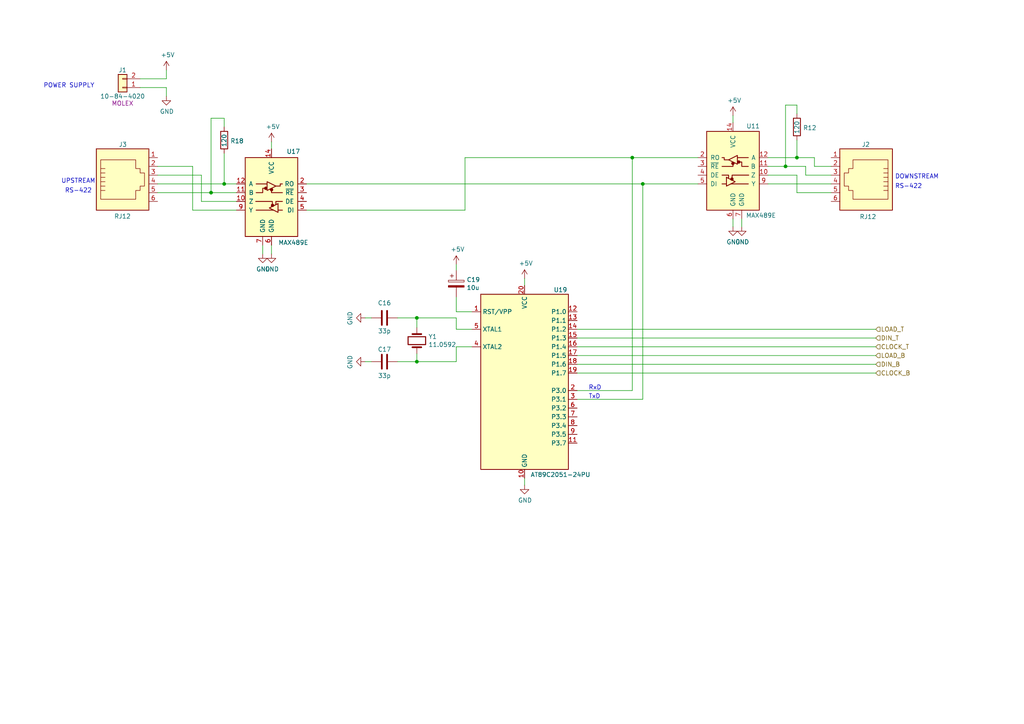
<source format=kicad_sch>
(kicad_sch (version 20211123) (generator eeschema)

  (uuid 72833691-ae20-4451-82c3-27314fcc8411)

  (paper "A4")

  (title_block
    (title "AD-0952")
    (date "2024-11-19")
    (rev "001")
    (company "Static Control Corporation")
  )

  (lib_symbols
    (symbol "AD-0952-001-rescue:AT89C2051-24PU-MCU_Microchip_8051" (in_bom yes) (on_board yes)
      (property "Reference" "U" (id 0) (at -12.7 26.67 0)
        (effects (font (size 1.27 1.27)) (justify left bottom))
      )
      (property "Value" "AT89C2051-24PU-MCU_Microchip_8051" (id 1) (at 2.54 -26.67 0)
        (effects (font (size 1.27 1.27)) (justify left top))
      )
      (property "Footprint" "Package_DIP:DIP-20_W7.62mm" (id 2) (at 0 0 0)
        (effects (font (size 1.27 1.27) italic) hide)
      )
      (property "Datasheet" "" (id 3) (at 0 0 0)
        (effects (font (size 1.27 1.27)) hide)
      )
      (property "ki_fp_filters" "DIP*W7.62mm*" (id 4) (at 0 0 0)
        (effects (font (size 1.27 1.27)) hide)
      )
      (symbol "AT89C2051-24PU-MCU_Microchip_8051_0_1"
        (rectangle (start -12.7 -25.4) (end 12.7 25.4)
          (stroke (width 0.254) (type default) (color 0 0 0 0))
          (fill (type background))
        )
      )
      (symbol "AT89C2051-24PU-MCU_Microchip_8051_1_1"
        (pin input line (at -15.24 20.32 0) (length 2.54)
          (name "RST/VPP" (effects (font (size 1.27 1.27))))
          (number "1" (effects (font (size 1.27 1.27))))
        )
        (pin power_in line (at 0 -27.94 90) (length 2.54)
          (name "GND" (effects (font (size 1.27 1.27))))
          (number "10" (effects (font (size 1.27 1.27))))
        )
        (pin bidirectional line (at 15.24 -17.78 180) (length 2.54)
          (name "P3.7" (effects (font (size 1.27 1.27))))
          (number "11" (effects (font (size 1.27 1.27))))
        )
        (pin bidirectional line (at 15.24 20.32 180) (length 2.54)
          (name "P1.0" (effects (font (size 1.27 1.27))))
          (number "12" (effects (font (size 1.27 1.27))))
        )
        (pin bidirectional line (at 15.24 17.78 180) (length 2.54)
          (name "P1.1" (effects (font (size 1.27 1.27))))
          (number "13" (effects (font (size 1.27 1.27))))
        )
        (pin bidirectional line (at 15.24 15.24 180) (length 2.54)
          (name "P1.2" (effects (font (size 1.27 1.27))))
          (number "14" (effects (font (size 1.27 1.27))))
        )
        (pin bidirectional line (at 15.24 12.7 180) (length 2.54)
          (name "P1.3" (effects (font (size 1.27 1.27))))
          (number "15" (effects (font (size 1.27 1.27))))
        )
        (pin bidirectional line (at 15.24 10.16 180) (length 2.54)
          (name "P1.4" (effects (font (size 1.27 1.27))))
          (number "16" (effects (font (size 1.27 1.27))))
        )
        (pin bidirectional line (at 15.24 7.62 180) (length 2.54)
          (name "P1.5" (effects (font (size 1.27 1.27))))
          (number "17" (effects (font (size 1.27 1.27))))
        )
        (pin bidirectional line (at 15.24 5.08 180) (length 2.54)
          (name "P1.6" (effects (font (size 1.27 1.27))))
          (number "18" (effects (font (size 1.27 1.27))))
        )
        (pin bidirectional line (at 15.24 2.54 180) (length 2.54)
          (name "P1.7" (effects (font (size 1.27 1.27))))
          (number "19" (effects (font (size 1.27 1.27))))
        )
        (pin bidirectional line (at 15.24 -2.54 180) (length 2.54)
          (name "P3.0" (effects (font (size 1.27 1.27))))
          (number "2" (effects (font (size 1.27 1.27))))
        )
        (pin power_in line (at 0 27.94 270) (length 2.54)
          (name "VCC" (effects (font (size 1.27 1.27))))
          (number "20" (effects (font (size 1.27 1.27))))
        )
        (pin bidirectional line (at 15.24 -5.08 180) (length 2.54)
          (name "P3.1" (effects (font (size 1.27 1.27))))
          (number "3" (effects (font (size 1.27 1.27))))
        )
        (pin output line (at -15.24 10.16 0) (length 2.54)
          (name "XTAL2" (effects (font (size 1.27 1.27))))
          (number "4" (effects (font (size 1.27 1.27))))
        )
        (pin input line (at -15.24 15.24 0) (length 2.54)
          (name "XTAL1" (effects (font (size 1.27 1.27))))
          (number "5" (effects (font (size 1.27 1.27))))
        )
        (pin bidirectional line (at 15.24 -7.62 180) (length 2.54)
          (name "P3.2" (effects (font (size 1.27 1.27))))
          (number "6" (effects (font (size 1.27 1.27))))
        )
        (pin bidirectional line (at 15.24 -10.16 180) (length 2.54)
          (name "P3.3" (effects (font (size 1.27 1.27))))
          (number "7" (effects (font (size 1.27 1.27))))
        )
        (pin bidirectional line (at 15.24 -12.7 180) (length 2.54)
          (name "P3.4" (effects (font (size 1.27 1.27))))
          (number "8" (effects (font (size 1.27 1.27))))
        )
        (pin bidirectional line (at 15.24 -15.24 180) (length 2.54)
          (name "P3.5" (effects (font (size 1.27 1.27))))
          (number "9" (effects (font (size 1.27 1.27))))
        )
      )
    )
    (symbol "AD-0952-001-rescue:CP-Device" (pin_numbers hide) (pin_names (offset 0.254)) (in_bom yes) (on_board yes)
      (property "Reference" "C" (id 0) (at 0.635 2.54 0)
        (effects (font (size 1.27 1.27)) (justify left))
      )
      (property "Value" "CP-Device" (id 1) (at 0.635 -2.54 0)
        (effects (font (size 1.27 1.27)) (justify left))
      )
      (property "Footprint" "" (id 2) (at 0.9652 -3.81 0)
        (effects (font (size 1.27 1.27)) hide)
      )
      (property "Datasheet" "" (id 3) (at 0 0 0)
        (effects (font (size 1.27 1.27)) hide)
      )
      (property "ki_fp_filters" "CP_*" (id 4) (at 0 0 0)
        (effects (font (size 1.27 1.27)) hide)
      )
      (symbol "CP-Device_0_1"
        (rectangle (start -2.286 0.508) (end 2.286 1.016)
          (stroke (width 0) (type default) (color 0 0 0 0))
          (fill (type none))
        )
        (polyline
          (pts
            (xy -1.778 2.286)
            (xy -0.762 2.286)
          )
          (stroke (width 0) (type default) (color 0 0 0 0))
          (fill (type none))
        )
        (polyline
          (pts
            (xy -1.27 2.794)
            (xy -1.27 1.778)
          )
          (stroke (width 0) (type default) (color 0 0 0 0))
          (fill (type none))
        )
        (rectangle (start 2.286 -0.508) (end -2.286 -1.016)
          (stroke (width 0) (type default) (color 0 0 0 0))
          (fill (type outline))
        )
      )
      (symbol "CP-Device_1_1"
        (pin passive line (at 0 3.81 270) (length 2.794)
          (name "~" (effects (font (size 1.27 1.27))))
          (number "1" (effects (font (size 1.27 1.27))))
        )
        (pin passive line (at 0 -3.81 90) (length 2.794)
          (name "~" (effects (font (size 1.27 1.27))))
          (number "2" (effects (font (size 1.27 1.27))))
        )
      )
    )
    (symbol "Connector:RJ12" (pin_names (offset 1.016)) (in_bom yes) (on_board yes)
      (property "Reference" "J" (id 0) (at -5.08 11.43 0)
        (effects (font (size 1.27 1.27)) (justify right))
      )
      (property "Value" "RJ12" (id 1) (at 2.54 11.43 0)
        (effects (font (size 1.27 1.27)) (justify left))
      )
      (property "Footprint" "" (id 2) (at 0 0.635 90)
        (effects (font (size 1.27 1.27)) hide)
      )
      (property "Datasheet" "~" (id 3) (at 0 0.635 90)
        (effects (font (size 1.27 1.27)) hide)
      )
      (property "ki_keywords" "6P6C RJ female connector" (id 4) (at 0 0 0)
        (effects (font (size 1.27 1.27)) hide)
      )
      (property "ki_description" "RJ connector, 6P6C (6 positions 6 connected)" (id 5) (at 0 0 0)
        (effects (font (size 1.27 1.27)) hide)
      )
      (property "ki_fp_filters" "6P6C* RJ12* RJ18* RJ25*" (id 6) (at 0 0 0)
        (effects (font (size 1.27 1.27)) hide)
      )
      (symbol "RJ12_0_1"
        (polyline
          (pts
            (xy -6.35 -1.905)
            (xy -5.08 -1.905)
            (xy -5.08 -1.905)
          )
          (stroke (width 0) (type default) (color 0 0 0 0))
          (fill (type none))
        )
        (polyline
          (pts
            (xy -6.35 -0.635)
            (xy -5.08 -0.635)
            (xy -5.08 -0.635)
          )
          (stroke (width 0) (type default) (color 0 0 0 0))
          (fill (type none))
        )
        (polyline
          (pts
            (xy -6.35 0.635)
            (xy -5.08 0.635)
            (xy -5.08 0.635)
          )
          (stroke (width 0) (type default) (color 0 0 0 0))
          (fill (type none))
        )
        (polyline
          (pts
            (xy -6.35 1.905)
            (xy -5.08 1.905)
            (xy -5.08 1.905)
          )
          (stroke (width 0) (type default) (color 0 0 0 0))
          (fill (type none))
        )
        (polyline
          (pts
            (xy -6.35 3.175)
            (xy -5.08 3.175)
            (xy -5.08 3.175)
          )
          (stroke (width 0) (type default) (color 0 0 0 0))
          (fill (type none))
        )
        (polyline
          (pts
            (xy -5.08 4.445)
            (xy -6.35 4.445)
            (xy -6.35 4.445)
          )
          (stroke (width 0) (type default) (color 0 0 0 0))
          (fill (type none))
        )
        (polyline
          (pts
            (xy -6.35 -4.445)
            (xy -6.35 6.985)
            (xy 3.81 6.985)
            (xy 3.81 4.445)
            (xy 5.08 4.445)
            (xy 5.08 3.175)
            (xy 6.35 3.175)
            (xy 6.35 -0.635)
            (xy 5.08 -0.635)
            (xy 5.08 -1.905)
            (xy 3.81 -1.905)
            (xy 3.81 -4.445)
            (xy -6.35 -4.445)
            (xy -6.35 -4.445)
          )
          (stroke (width 0) (type default) (color 0 0 0 0))
          (fill (type none))
        )
        (rectangle (start 7.62 10.16) (end -7.62 -7.62)
          (stroke (width 0.254) (type default) (color 0 0 0 0))
          (fill (type background))
        )
      )
      (symbol "RJ12_1_1"
        (pin passive line (at 10.16 -5.08 180) (length 2.54)
          (name "~" (effects (font (size 1.27 1.27))))
          (number "1" (effects (font (size 1.27 1.27))))
        )
        (pin passive line (at 10.16 -2.54 180) (length 2.54)
          (name "~" (effects (font (size 1.27 1.27))))
          (number "2" (effects (font (size 1.27 1.27))))
        )
        (pin passive line (at 10.16 0 180) (length 2.54)
          (name "~" (effects (font (size 1.27 1.27))))
          (number "3" (effects (font (size 1.27 1.27))))
        )
        (pin passive line (at 10.16 2.54 180) (length 2.54)
          (name "~" (effects (font (size 1.27 1.27))))
          (number "4" (effects (font (size 1.27 1.27))))
        )
        (pin passive line (at 10.16 5.08 180) (length 2.54)
          (name "~" (effects (font (size 1.27 1.27))))
          (number "5" (effects (font (size 1.27 1.27))))
        )
        (pin passive line (at 10.16 7.62 180) (length 2.54)
          (name "~" (effects (font (size 1.27 1.27))))
          (number "6" (effects (font (size 1.27 1.27))))
        )
      )
    )
    (symbol "Connector_Generic:Conn_01x02" (pin_names (offset 1.016) hide) (in_bom yes) (on_board yes)
      (property "Reference" "J" (id 0) (at 0 2.54 0)
        (effects (font (size 1.27 1.27)))
      )
      (property "Value" "Conn_01x02" (id 1) (at 0 -5.08 0)
        (effects (font (size 1.27 1.27)))
      )
      (property "Footprint" "" (id 2) (at 0 0 0)
        (effects (font (size 1.27 1.27)) hide)
      )
      (property "Datasheet" "~" (id 3) (at 0 0 0)
        (effects (font (size 1.27 1.27)) hide)
      )
      (property "ki_keywords" "connector" (id 4) (at 0 0 0)
        (effects (font (size 1.27 1.27)) hide)
      )
      (property "ki_description" "Generic connector, single row, 01x02, script generated (kicad-library-utils/schlib/autogen/connector/)" (id 5) (at 0 0 0)
        (effects (font (size 1.27 1.27)) hide)
      )
      (property "ki_fp_filters" "Connector*:*_1x??_*" (id 6) (at 0 0 0)
        (effects (font (size 1.27 1.27)) hide)
      )
      (symbol "Conn_01x02_1_1"
        (rectangle (start -1.27 -2.413) (end 0 -2.667)
          (stroke (width 0.1524) (type default) (color 0 0 0 0))
          (fill (type none))
        )
        (rectangle (start -1.27 0.127) (end 0 -0.127)
          (stroke (width 0.1524) (type default) (color 0 0 0 0))
          (fill (type none))
        )
        (rectangle (start -1.27 1.27) (end 1.27 -3.81)
          (stroke (width 0.254) (type default) (color 0 0 0 0))
          (fill (type background))
        )
        (pin passive line (at -5.08 0 0) (length 3.81)
          (name "Pin_1" (effects (font (size 1.27 1.27))))
          (number "1" (effects (font (size 1.27 1.27))))
        )
        (pin passive line (at -5.08 -2.54 0) (length 3.81)
          (name "Pin_2" (effects (font (size 1.27 1.27))))
          (number "2" (effects (font (size 1.27 1.27))))
        )
      )
    )
    (symbol "Device:C" (pin_numbers hide) (pin_names (offset 0.254)) (in_bom yes) (on_board yes)
      (property "Reference" "C" (id 0) (at 0.635 2.54 0)
        (effects (font (size 1.27 1.27)) (justify left))
      )
      (property "Value" "C" (id 1) (at 0.635 -2.54 0)
        (effects (font (size 1.27 1.27)) (justify left))
      )
      (property "Footprint" "" (id 2) (at 0.9652 -3.81 0)
        (effects (font (size 1.27 1.27)) hide)
      )
      (property "Datasheet" "~" (id 3) (at 0 0 0)
        (effects (font (size 1.27 1.27)) hide)
      )
      (property "ki_keywords" "cap capacitor" (id 4) (at 0 0 0)
        (effects (font (size 1.27 1.27)) hide)
      )
      (property "ki_description" "Unpolarized capacitor" (id 5) (at 0 0 0)
        (effects (font (size 1.27 1.27)) hide)
      )
      (property "ki_fp_filters" "C_*" (id 6) (at 0 0 0)
        (effects (font (size 1.27 1.27)) hide)
      )
      (symbol "C_0_1"
        (polyline
          (pts
            (xy -2.032 -0.762)
            (xy 2.032 -0.762)
          )
          (stroke (width 0.508) (type default) (color 0 0 0 0))
          (fill (type none))
        )
        (polyline
          (pts
            (xy -2.032 0.762)
            (xy 2.032 0.762)
          )
          (stroke (width 0.508) (type default) (color 0 0 0 0))
          (fill (type none))
        )
      )
      (symbol "C_1_1"
        (pin passive line (at 0 3.81 270) (length 2.794)
          (name "~" (effects (font (size 1.27 1.27))))
          (number "1" (effects (font (size 1.27 1.27))))
        )
        (pin passive line (at 0 -3.81 90) (length 2.794)
          (name "~" (effects (font (size 1.27 1.27))))
          (number "2" (effects (font (size 1.27 1.27))))
        )
      )
    )
    (symbol "Device:Crystal" (pin_numbers hide) (pin_names (offset 1.016) hide) (in_bom yes) (on_board yes)
      (property "Reference" "Y" (id 0) (at 0 3.81 0)
        (effects (font (size 1.27 1.27)))
      )
      (property "Value" "Crystal" (id 1) (at 0 -3.81 0)
        (effects (font (size 1.27 1.27)))
      )
      (property "Footprint" "" (id 2) (at 0 0 0)
        (effects (font (size 1.27 1.27)) hide)
      )
      (property "Datasheet" "~" (id 3) (at 0 0 0)
        (effects (font (size 1.27 1.27)) hide)
      )
      (property "ki_keywords" "quartz ceramic resonator oscillator" (id 4) (at 0 0 0)
        (effects (font (size 1.27 1.27)) hide)
      )
      (property "ki_description" "Two pin crystal" (id 5) (at 0 0 0)
        (effects (font (size 1.27 1.27)) hide)
      )
      (property "ki_fp_filters" "Crystal*" (id 6) (at 0 0 0)
        (effects (font (size 1.27 1.27)) hide)
      )
      (symbol "Crystal_0_1"
        (rectangle (start -1.143 2.54) (end 1.143 -2.54)
          (stroke (width 0.3048) (type default) (color 0 0 0 0))
          (fill (type none))
        )
        (polyline
          (pts
            (xy -2.54 0)
            (xy -1.905 0)
          )
          (stroke (width 0) (type default) (color 0 0 0 0))
          (fill (type none))
        )
        (polyline
          (pts
            (xy -1.905 -1.27)
            (xy -1.905 1.27)
          )
          (stroke (width 0.508) (type default) (color 0 0 0 0))
          (fill (type none))
        )
        (polyline
          (pts
            (xy 1.905 -1.27)
            (xy 1.905 1.27)
          )
          (stroke (width 0.508) (type default) (color 0 0 0 0))
          (fill (type none))
        )
        (polyline
          (pts
            (xy 2.54 0)
            (xy 1.905 0)
          )
          (stroke (width 0) (type default) (color 0 0 0 0))
          (fill (type none))
        )
      )
      (symbol "Crystal_1_1"
        (pin passive line (at -3.81 0 0) (length 1.27)
          (name "1" (effects (font (size 1.27 1.27))))
          (number "1" (effects (font (size 1.27 1.27))))
        )
        (pin passive line (at 3.81 0 180) (length 1.27)
          (name "2" (effects (font (size 1.27 1.27))))
          (number "2" (effects (font (size 1.27 1.27))))
        )
      )
    )
    (symbol "Device:R" (pin_numbers hide) (pin_names (offset 0)) (in_bom yes) (on_board yes)
      (property "Reference" "R" (id 0) (at 2.032 0 90)
        (effects (font (size 1.27 1.27)))
      )
      (property "Value" "R" (id 1) (at 0 0 90)
        (effects (font (size 1.27 1.27)))
      )
      (property "Footprint" "" (id 2) (at -1.778 0 90)
        (effects (font (size 1.27 1.27)) hide)
      )
      (property "Datasheet" "~" (id 3) (at 0 0 0)
        (effects (font (size 1.27 1.27)) hide)
      )
      (property "ki_keywords" "R res resistor" (id 4) (at 0 0 0)
        (effects (font (size 1.27 1.27)) hide)
      )
      (property "ki_description" "Resistor" (id 5) (at 0 0 0)
        (effects (font (size 1.27 1.27)) hide)
      )
      (property "ki_fp_filters" "R_*" (id 6) (at 0 0 0)
        (effects (font (size 1.27 1.27)) hide)
      )
      (symbol "R_0_1"
        (rectangle (start -1.016 -2.54) (end 1.016 2.54)
          (stroke (width 0.254) (type default) (color 0 0 0 0))
          (fill (type none))
        )
      )
      (symbol "R_1_1"
        (pin passive line (at 0 3.81 270) (length 1.27)
          (name "~" (effects (font (size 1.27 1.27))))
          (number "1" (effects (font (size 1.27 1.27))))
        )
        (pin passive line (at 0 -3.81 90) (length 1.27)
          (name "~" (effects (font (size 1.27 1.27))))
          (number "2" (effects (font (size 1.27 1.27))))
        )
      )
    )
    (symbol "Interface_UART:MAX489E" (pin_names (offset 1.016)) (in_bom yes) (on_board yes)
      (property "Reference" "U" (id 0) (at -6.096 11.43 0)
        (effects (font (size 1.27 1.27)))
      )
      (property "Value" "MAX489E" (id 1) (at 0.762 11.43 0)
        (effects (font (size 1.27 1.27)) (justify left))
      )
      (property "Footprint" "" (id 2) (at 0 -17.78 0)
        (effects (font (size 1.27 1.27)) hide)
      )
      (property "Datasheet" "https://datasheets.maximintegrated.com/en/ds/MAX1487E-MAX491E.pdf" (id 3) (at 1.27 0.635 0)
        (effects (font (size 1.27 1.27)) hide)
      )
      (property "ki_keywords" "Full duplex RS-485/RS-422, 0.25 Mbps, ±15kV electro-static discharge (ESD) protection, slew-rate limited, no low-power shutdown, with with receiver/driver enable, 32 receiver drive kapacitity, 0 to +70 degree Celsius, DIP-14 and SOIC-14" (id 4) (at 0 0 0)
        (effects (font (size 1.27 1.27)) hide)
      )
      (property "ki_description" "Full duplex RS-485/RS-422, 0.25 Mbps, ±15kV electro-static discharge (ESD) protection, slew-rate limited, no low-power shutdown, with with receiver/driver enable, 32 receiver drive kapacitity, 0 to +70 degree Celsius, DIP-14 and SOIC-14" (id 5) (at 0 0 0)
        (effects (font (size 1.27 1.27)) hide)
      )
      (property "ki_fp_filters" "DIP*W7.62mm* SOIC*3.9x8.7mm*P1.27mm*" (id 6) (at 0 0 0)
        (effects (font (size 1.27 1.27)) hide)
      )
      (symbol "MAX489E_0_1"
        (rectangle (start -7.62 10.16) (end 7.62 -12.7)
          (stroke (width 0.254) (type default) (color 0 0 0 0))
          (fill (type background))
        )
        (circle (center -0.3048 -3.683) (radius 0.3556)
          (stroke (width 0.254) (type default) (color 0 0 0 0))
          (fill (type outline))
        )
        (circle (center -0.0254 0.8636) (radius 0.3556)
          (stroke (width 0.254) (type default) (color 0 0 0 0))
          (fill (type outline))
        )
        (polyline
          (pts
            (xy -3.175 -5.08)
            (xy -1.905 -5.08)
          )
          (stroke (width 0.254) (type default) (color 0 0 0 0))
          (fill (type none))
        )
        (polyline
          (pts
            (xy -1.27 -3.2004)
            (xy -1.27 -3.4544)
          )
          (stroke (width 0.254) (type default) (color 0 0 0 0))
          (fill (type none))
        )
        (polyline
          (pts
            (xy -0.635 -5.08)
            (xy 4.445 -5.08)
          )
          (stroke (width 0.254) (type default) (color 0 0 0 0))
          (fill (type none))
        )
        (polyline
          (pts
            (xy 1.27 2.54)
            (xy 4.445 2.54)
          )
          (stroke (width 0.254) (type default) (color 0 0 0 0))
          (fill (type none))
        )
        (polyline
          (pts
            (xy -3.175 -2.54)
            (xy -1.27 -2.54)
            (xy -1.27 -3.175)
          )
          (stroke (width 0.254) (type default) (color 0 0 0 0))
          (fill (type none))
        )
        (polyline
          (pts
            (xy -0.254 -3.556)
            (xy -0.254 -2.54)
            (xy 4.572 -2.54)
          )
          (stroke (width 0.254) (type default) (color 0 0 0 0))
          (fill (type none))
        )
        (polyline
          (pts
            (xy 0 0.635)
            (xy 0 0)
            (xy -3.175 0)
          )
          (stroke (width 0.254) (type default) (color 0 0 0 0))
          (fill (type none))
        )
        (polyline
          (pts
            (xy -1.905 -3.175)
            (xy -1.905 -5.715)
            (xy 0.635 -4.445)
            (xy -1.905 -3.175)
          )
          (stroke (width 0.254) (type default) (color 0 0 0 0))
          (fill (type none))
        )
        (polyline
          (pts
            (xy -1.27 1.905)
            (xy -2.54 1.905)
            (xy -2.54 2.54)
            (xy -3.175 2.54)
          )
          (stroke (width 0.254) (type default) (color 0 0 0 0))
          (fill (type none))
        )
        (polyline
          (pts
            (xy -1.27 1.905)
            (xy 1.27 3.175)
            (xy 1.27 0.635)
            (xy -1.27 1.905)
          )
          (stroke (width 0.254) (type default) (color 0 0 0 0))
          (fill (type none))
        )
        (polyline
          (pts
            (xy 1.905 1.27)
            (xy 2.54 1.27)
            (xy 2.54 0)
            (xy 4.445 0)
          )
          (stroke (width 0.254) (type default) (color 0 0 0 0))
          (fill (type none))
        )
        (circle (center 1.651 1.27) (radius 0.3556)
          (stroke (width 0.254) (type default) (color 0 0 0 0))
          (fill (type outline))
        )
      )
      (symbol "MAX489E_1_1"
        (pin no_connect line (at -7.62 7.62 0) (length 2.54) hide
          (name "NC" (effects (font (size 1.27 1.27))))
          (number "1" (effects (font (size 1.27 1.27))))
        )
        (pin output line (at 10.16 -2.54 180) (length 2.54)
          (name "Z" (effects (font (size 1.27 1.27))))
          (number "10" (effects (font (size 1.27 1.27))))
        )
        (pin input line (at 10.16 0 180) (length 2.54)
          (name "B" (effects (font (size 1.27 1.27))))
          (number "11" (effects (font (size 1.27 1.27))))
        )
        (pin input line (at 10.16 2.54 180) (length 2.54)
          (name "A" (effects (font (size 1.27 1.27))))
          (number "12" (effects (font (size 1.27 1.27))))
        )
        (pin no_connect line (at 7.62 7.62 180) (length 2.54) hide
          (name "NC" (effects (font (size 1.27 1.27))))
          (number "13" (effects (font (size 1.27 1.27))))
        )
        (pin power_in line (at 0 12.7 270) (length 2.54)
          (name "VCC" (effects (font (size 1.27 1.27))))
          (number "14" (effects (font (size 1.27 1.27))))
        )
        (pin output line (at -10.16 2.54 0) (length 2.54)
          (name "RO" (effects (font (size 1.27 1.27))))
          (number "2" (effects (font (size 1.27 1.27))))
        )
        (pin input line (at -10.16 0 0) (length 2.54)
          (name "~{RE}" (effects (font (size 1.27 1.27))))
          (number "3" (effects (font (size 1.27 1.27))))
        )
        (pin input line (at -10.16 -2.54 0) (length 2.54)
          (name "DE" (effects (font (size 1.27 1.27))))
          (number "4" (effects (font (size 1.27 1.27))))
        )
        (pin input line (at -10.16 -5.08 0) (length 2.54)
          (name "DI" (effects (font (size 1.27 1.27))))
          (number "5" (effects (font (size 1.27 1.27))))
        )
        (pin power_in line (at 0 -15.24 90) (length 2.54)
          (name "GND" (effects (font (size 1.27 1.27))))
          (number "6" (effects (font (size 1.27 1.27))))
        )
        (pin power_in line (at 2.54 -15.24 90) (length 2.54)
          (name "GND" (effects (font (size 1.27 1.27))))
          (number "7" (effects (font (size 1.27 1.27))))
        )
        (pin no_connect line (at 7.62 -10.16 180) (length 2.54) hide
          (name "NC" (effects (font (size 1.27 1.27))))
          (number "8" (effects (font (size 1.27 1.27))))
        )
        (pin output line (at 10.16 -5.08 180) (length 2.54)
          (name "Y" (effects (font (size 1.27 1.27))))
          (number "9" (effects (font (size 1.27 1.27))))
        )
      )
    )
    (symbol "power:+5V" (power) (pin_names (offset 0)) (in_bom yes) (on_board yes)
      (property "Reference" "#PWR" (id 0) (at 0 -3.81 0)
        (effects (font (size 1.27 1.27)) hide)
      )
      (property "Value" "+5V" (id 1) (at 0 3.556 0)
        (effects (font (size 1.27 1.27)))
      )
      (property "Footprint" "" (id 2) (at 0 0 0)
        (effects (font (size 1.27 1.27)) hide)
      )
      (property "Datasheet" "" (id 3) (at 0 0 0)
        (effects (font (size 1.27 1.27)) hide)
      )
      (property "ki_keywords" "global power" (id 4) (at 0 0 0)
        (effects (font (size 1.27 1.27)) hide)
      )
      (property "ki_description" "Power symbol creates a global label with name \"+5V\"" (id 5) (at 0 0 0)
        (effects (font (size 1.27 1.27)) hide)
      )
      (symbol "+5V_0_1"
        (polyline
          (pts
            (xy -0.762 1.27)
            (xy 0 2.54)
          )
          (stroke (width 0) (type default) (color 0 0 0 0))
          (fill (type none))
        )
        (polyline
          (pts
            (xy 0 0)
            (xy 0 2.54)
          )
          (stroke (width 0) (type default) (color 0 0 0 0))
          (fill (type none))
        )
        (polyline
          (pts
            (xy 0 2.54)
            (xy 0.762 1.27)
          )
          (stroke (width 0) (type default) (color 0 0 0 0))
          (fill (type none))
        )
      )
      (symbol "+5V_1_1"
        (pin power_in line (at 0 0 90) (length 0) hide
          (name "+5V" (effects (font (size 1.27 1.27))))
          (number "1" (effects (font (size 1.27 1.27))))
        )
      )
    )
    (symbol "power:GND" (power) (pin_names (offset 0)) (in_bom yes) (on_board yes)
      (property "Reference" "#PWR" (id 0) (at 0 -6.35 0)
        (effects (font (size 1.27 1.27)) hide)
      )
      (property "Value" "GND" (id 1) (at 0 -3.81 0)
        (effects (font (size 1.27 1.27)))
      )
      (property "Footprint" "" (id 2) (at 0 0 0)
        (effects (font (size 1.27 1.27)) hide)
      )
      (property "Datasheet" "" (id 3) (at 0 0 0)
        (effects (font (size 1.27 1.27)) hide)
      )
      (property "ki_keywords" "global power" (id 4) (at 0 0 0)
        (effects (font (size 1.27 1.27)) hide)
      )
      (property "ki_description" "Power symbol creates a global label with name \"GND\" , ground" (id 5) (at 0 0 0)
        (effects (font (size 1.27 1.27)) hide)
      )
      (symbol "GND_0_1"
        (polyline
          (pts
            (xy 0 0)
            (xy 0 -1.27)
            (xy 1.27 -1.27)
            (xy 0 -2.54)
            (xy -1.27 -1.27)
            (xy 0 -1.27)
          )
          (stroke (width 0) (type default) (color 0 0 0 0))
          (fill (type none))
        )
      )
      (symbol "GND_1_1"
        (pin power_in line (at 0 0 270) (length 0) hide
          (name "GND" (effects (font (size 1.27 1.27))))
          (number "1" (effects (font (size 1.27 1.27))))
        )
      )
    )
  )

  (junction (at 231.14 45.72) (diameter 0) (color 0 0 0 0)
    (uuid 15e640d1-910e-4122-8118-9e24ddc4ee0f)
  )
  (junction (at 65.024 53.34) (diameter 0) (color 0 0 0 0)
    (uuid 2587e441-dbf9-4e21-9228-4c691d1dedf9)
  )
  (junction (at 183.388 45.72) (diameter 0) (color 0 0 0 0)
    (uuid 2a994fda-51d8-4e58-aee0-5c94f875b1f1)
  )
  (junction (at 186.436 53.34) (diameter 0) (color 0 0 0 0)
    (uuid 54f0c40f-d469-434e-9a32-4c6b2328e17f)
  )
  (junction (at 120.904 104.902) (diameter 0) (color 0 0 0 0)
    (uuid 6ae90799-b4bc-4cef-a811-05128496131b)
  )
  (junction (at 227.838 48.26) (diameter 0) (color 0 0 0 0)
    (uuid 700bcba8-9d6b-413f-bbc0-29410f30c20d)
  )
  (junction (at 120.904 92.202) (diameter 0) (color 0 0 0 0)
    (uuid dc5bbafe-dc2d-4523-a146-5728a890499a)
  )
  (junction (at 61.214 55.88) (diameter 0) (color 0 0 0 0)
    (uuid fb3d4c99-ccb4-431a-9da3-8ad6c677748d)
  )

  (wire (pts (xy 58.42 50.8) (xy 58.42 58.42))
    (stroke (width 0) (type default) (color 0 0 0 0))
    (uuid 0e86acd5-6e12-4221-9228-cdc9d16d2760)
  )
  (wire (pts (xy 167.386 100.584) (xy 254 100.584))
    (stroke (width 0) (type default) (color 0 0 0 0))
    (uuid 111f5781-ba8c-49e4-a131-a2bad50692b3)
  )
  (wire (pts (xy 152.146 80.772) (xy 152.146 82.804))
    (stroke (width 0) (type default) (color 0 0 0 0))
    (uuid 138907e1-45d4-4916-b9e0-66a8bf068d44)
  )
  (wire (pts (xy 132.334 95.504) (xy 132.334 92.202))
    (stroke (width 0) (type default) (color 0 0 0 0))
    (uuid 17ccde9b-c7b2-4859-afa9-fde96ca66a6e)
  )
  (wire (pts (xy 202.438 45.72) (xy 183.388 45.72))
    (stroke (width 0) (type default) (color 0 0 0 0))
    (uuid 18a6a1d0-eeff-40e4-8cf0-83a600f00c43)
  )
  (wire (pts (xy 167.386 115.824) (xy 186.436 115.824))
    (stroke (width 0) (type default) (color 0 0 0 0))
    (uuid 31cc3304-93a0-4808-91e7-3f6bc78b610e)
  )
  (wire (pts (xy 227.838 48.26) (xy 233.68 48.26))
    (stroke (width 0) (type default) (color 0 0 0 0))
    (uuid 34a44ac2-6da6-4bee-9f63-bd6683d5d07e)
  )
  (wire (pts (xy 236.22 45.72) (xy 231.14 45.72))
    (stroke (width 0) (type default) (color 0 0 0 0))
    (uuid 37b180c3-35ae-4c9a-9c47-b63cd871437e)
  )
  (wire (pts (xy 167.386 103.124) (xy 254 103.124))
    (stroke (width 0) (type default) (color 0 0 0 0))
    (uuid 3bd5a8a5-ab02-4f8b-866e-18519fbbbc0a)
  )
  (wire (pts (xy 202.438 53.34) (xy 186.436 53.34))
    (stroke (width 0) (type default) (color 0 0 0 0))
    (uuid 3c28bd40-f276-471a-8a91-5f8dcdff226d)
  )
  (wire (pts (xy 136.906 100.584) (xy 132.334 100.584))
    (stroke (width 0) (type default) (color 0 0 0 0))
    (uuid 3d859cf3-afcf-4d61-8407-217f0db5ed92)
  )
  (wire (pts (xy 76.2 71.12) (xy 76.2 73.66))
    (stroke (width 0) (type default) (color 0 0 0 0))
    (uuid 3e2c65db-e9ba-4c91-82dd-9dd839bc269e)
  )
  (wire (pts (xy 231.14 30.48) (xy 227.838 30.48))
    (stroke (width 0) (type default) (color 0 0 0 0))
    (uuid 40aeccea-c561-4854-91a2-3714a6b4ebfa)
  )
  (wire (pts (xy 45.72 50.8) (xy 58.42 50.8))
    (stroke (width 0) (type default) (color 0 0 0 0))
    (uuid 41e46ed4-9444-4154-aa3e-f5b51216d661)
  )
  (wire (pts (xy 136.906 90.424) (xy 132.334 90.424))
    (stroke (width 0) (type default) (color 0 0 0 0))
    (uuid 472c481d-b099-459b-8b67-20fd72c64fa5)
  )
  (wire (pts (xy 222.758 48.26) (xy 227.838 48.26))
    (stroke (width 0) (type default) (color 0 0 0 0))
    (uuid 47611fc0-8b90-4126-b5b6-0d99c8d15a0e)
  )
  (wire (pts (xy 78.74 41.148) (xy 78.74 43.18))
    (stroke (width 0) (type default) (color 0 0 0 0))
    (uuid 4c19e765-6276-4210-99fd-bf20f40ca6e8)
  )
  (wire (pts (xy 134.874 60.96) (xy 88.9 60.96))
    (stroke (width 0) (type default) (color 0 0 0 0))
    (uuid 4f486703-e340-47c1-89dc-741565bd1a74)
  )
  (wire (pts (xy 107.696 92.202) (xy 105.918 92.202))
    (stroke (width 0) (type default) (color 0 0 0 0))
    (uuid 50153fd9-cb0b-4cc4-bc47-98f664d19b14)
  )
  (wire (pts (xy 55.88 48.26) (xy 45.72 48.26))
    (stroke (width 0) (type default) (color 0 0 0 0))
    (uuid 51bdd99f-9781-4441-be27-37a321ab6ad6)
  )
  (wire (pts (xy 231.14 40.64) (xy 231.14 45.72))
    (stroke (width 0) (type default) (color 0 0 0 0))
    (uuid 5247d817-71f5-4e2b-b250-f49f48328444)
  )
  (wire (pts (xy 231.14 33.02) (xy 231.14 30.48))
    (stroke (width 0) (type default) (color 0 0 0 0))
    (uuid 541446c8-3844-4f50-8ac7-444df94ea52d)
  )
  (wire (pts (xy 58.42 58.42) (xy 68.58 58.42))
    (stroke (width 0) (type default) (color 0 0 0 0))
    (uuid 5664140c-e9e4-4829-bf35-b2af24dbe4ec)
  )
  (wire (pts (xy 236.22 48.26) (xy 236.22 45.72))
    (stroke (width 0) (type default) (color 0 0 0 0))
    (uuid 5cd38726-5fce-4c45-a98b-5974469f6056)
  )
  (wire (pts (xy 120.904 92.202) (xy 120.904 94.996))
    (stroke (width 0) (type default) (color 0 0 0 0))
    (uuid 5da3c1b6-22a5-4a5e-957d-4d6a2fe4bb13)
  )
  (wire (pts (xy 167.386 98.044) (xy 254 98.044))
    (stroke (width 0) (type default) (color 0 0 0 0))
    (uuid 5f4c3a28-670b-4dbd-8626-5af6f44e8f9d)
  )
  (wire (pts (xy 231.14 50.8) (xy 222.758 50.8))
    (stroke (width 0) (type default) (color 0 0 0 0))
    (uuid 5fedfbf6-8a49-468d-9274-7e28558d24ca)
  )
  (wire (pts (xy 233.68 48.26) (xy 233.68 50.8))
    (stroke (width 0) (type default) (color 0 0 0 0))
    (uuid 61cdaa3d-7268-4621-9064-84d7aa287912)
  )
  (wire (pts (xy 61.214 34.29) (xy 61.214 55.88))
    (stroke (width 0) (type default) (color 0 0 0 0))
    (uuid 639d392e-9a09-4a5b-9902-4ead04f8aaed)
  )
  (wire (pts (xy 132.334 104.902) (xy 120.904 104.902))
    (stroke (width 0) (type default) (color 0 0 0 0))
    (uuid 666efb1c-9435-470b-8ca2-75fb63cb7f37)
  )
  (wire (pts (xy 48.26 25.4) (xy 48.26 27.94))
    (stroke (width 0) (type default) (color 0 0 0 0))
    (uuid 6805718d-68c7-4934-bd6d-afd0fc9623c6)
  )
  (wire (pts (xy 136.906 95.504) (xy 132.334 95.504))
    (stroke (width 0) (type default) (color 0 0 0 0))
    (uuid 6caaed1c-145a-4933-94b4-8a97673a2f5d)
  )
  (wire (pts (xy 45.72 55.88) (xy 61.214 55.88))
    (stroke (width 0) (type default) (color 0 0 0 0))
    (uuid 70d66250-29d7-47fe-aa5a-1c15e65a0a8c)
  )
  (wire (pts (xy 134.874 45.72) (xy 134.874 60.96))
    (stroke (width 0) (type default) (color 0 0 0 0))
    (uuid 71a22d97-9b7f-4e86-ae55-86dc2e2b3faf)
  )
  (wire (pts (xy 65.024 44.45) (xy 65.024 53.34))
    (stroke (width 0) (type default) (color 0 0 0 0))
    (uuid 72be14b7-c407-4213-a5ff-db5daa512061)
  )
  (wire (pts (xy 132.334 100.584) (xy 132.334 104.902))
    (stroke (width 0) (type default) (color 0 0 0 0))
    (uuid 76e4a891-1ce8-4622-b281-6f5087744713)
  )
  (wire (pts (xy 132.334 76.708) (xy 132.334 78.486))
    (stroke (width 0) (type default) (color 0 0 0 0))
    (uuid 7d9474d5-c69f-4e21-839e-3631eef2eb69)
  )
  (wire (pts (xy 231.14 45.72) (xy 222.758 45.72))
    (stroke (width 0) (type default) (color 0 0 0 0))
    (uuid 7eea50a9-1fab-41e0-8ce5-330b1186e40b)
  )
  (wire (pts (xy 212.598 33.528) (xy 212.598 35.56))
    (stroke (width 0) (type default) (color 0 0 0 0))
    (uuid 80fe304f-7443-4898-89f6-4f201ce6dadc)
  )
  (wire (pts (xy 183.388 45.72) (xy 183.388 113.284))
    (stroke (width 0) (type default) (color 0 0 0 0))
    (uuid 8194dd80-76fd-4006-ad59-06dd425c018c)
  )
  (wire (pts (xy 167.386 105.664) (xy 254 105.664))
    (stroke (width 0) (type default) (color 0 0 0 0))
    (uuid 82c3aab8-414e-4a3b-bd7b-55a6bfcd8c3d)
  )
  (wire (pts (xy 132.334 92.202) (xy 120.904 92.202))
    (stroke (width 0) (type default) (color 0 0 0 0))
    (uuid 8988199b-a73e-4b5a-a59a-d366159c417d)
  )
  (wire (pts (xy 152.146 138.684) (xy 152.146 140.716))
    (stroke (width 0) (type default) (color 0 0 0 0))
    (uuid 90715787-30d5-4f1d-a2d1-75676bbd6c88)
  )
  (wire (pts (xy 183.388 45.72) (xy 134.874 45.72))
    (stroke (width 0) (type default) (color 0 0 0 0))
    (uuid 981d10dc-5a29-44eb-b230-b753300ab3e1)
  )
  (wire (pts (xy 78.74 71.12) (xy 78.74 73.66))
    (stroke (width 0) (type default) (color 0 0 0 0))
    (uuid 9c63e5d1-0321-46f5-8004-a34b0660865d)
  )
  (wire (pts (xy 167.386 108.204) (xy 254 108.204))
    (stroke (width 0) (type default) (color 0 0 0 0))
    (uuid a45942cb-f12e-4492-961d-57fafd56a7ed)
  )
  (wire (pts (xy 227.838 30.48) (xy 227.838 48.26))
    (stroke (width 0) (type default) (color 0 0 0 0))
    (uuid a7b78913-5a68-4c25-a50c-9fdd8d691d66)
  )
  (wire (pts (xy 65.024 53.34) (xy 45.72 53.34))
    (stroke (width 0) (type default) (color 0 0 0 0))
    (uuid a81dd10a-6748-4c78-be27-c320e8e3938f)
  )
  (wire (pts (xy 40.64 25.4) (xy 48.26 25.4))
    (stroke (width 0) (type default) (color 0 0 0 0))
    (uuid a9bec5c0-3060-4992-a126-072266afa0e7)
  )
  (wire (pts (xy 167.386 95.504) (xy 254 95.504))
    (stroke (width 0) (type default) (color 0 0 0 0))
    (uuid a9ec61bc-a9b4-490a-86b0-457a071b5d80)
  )
  (wire (pts (xy 241.046 53.34) (xy 222.758 53.34))
    (stroke (width 0) (type default) (color 0 0 0 0))
    (uuid b285bb28-097a-46f3-95a9-ac774aba8eb2)
  )
  (wire (pts (xy 88.9 53.34) (xy 186.436 53.34))
    (stroke (width 0) (type default) (color 0 0 0 0))
    (uuid b383bdf3-29cf-4670-a708-f2bcd65bb3a1)
  )
  (wire (pts (xy 68.58 53.34) (xy 65.024 53.34))
    (stroke (width 0) (type default) (color 0 0 0 0))
    (uuid b43ef4a7-02b7-4429-b21c-c998c791d906)
  )
  (wire (pts (xy 55.88 60.96) (xy 55.88 48.26))
    (stroke (width 0) (type default) (color 0 0 0 0))
    (uuid bdf12155-2a14-47ae-b909-aa07bf590496)
  )
  (wire (pts (xy 212.598 63.5) (xy 212.598 65.786))
    (stroke (width 0) (type default) (color 0 0 0 0))
    (uuid bffade90-cf44-428e-80dd-a34a44df4f13)
  )
  (wire (pts (xy 241.046 48.26) (xy 236.22 48.26))
    (stroke (width 0) (type default) (color 0 0 0 0))
    (uuid c738deba-103f-4874-beb6-5a12b80de91d)
  )
  (wire (pts (xy 105.918 104.902) (xy 107.696 104.902))
    (stroke (width 0) (type default) (color 0 0 0 0))
    (uuid c7c961d8-0a1a-4345-86f7-24ef6bd2e656)
  )
  (wire (pts (xy 48.26 20.32) (xy 48.26 22.86))
    (stroke (width 0) (type default) (color 0 0 0 0))
    (uuid c8d4b16e-a136-41ac-ad53-2c0be7dcbfe2)
  )
  (wire (pts (xy 120.904 92.202) (xy 115.316 92.202))
    (stroke (width 0) (type default) (color 0 0 0 0))
    (uuid cb19a952-97bf-4e84-9009-262d91be244d)
  )
  (wire (pts (xy 65.024 36.83) (xy 65.024 34.29))
    (stroke (width 0) (type default) (color 0 0 0 0))
    (uuid cbb5f4f7-7668-4ea1-9b8d-a5c96b725e25)
  )
  (wire (pts (xy 68.58 60.96) (xy 55.88 60.96))
    (stroke (width 0) (type default) (color 0 0 0 0))
    (uuid d1293ffa-5e93-4909-af8d-798a0d5b0f78)
  )
  (wire (pts (xy 215.138 63.5) (xy 215.138 65.786))
    (stroke (width 0) (type default) (color 0 0 0 0))
    (uuid d2a2b077-2cc3-4b29-aa17-c3bbb6d3275f)
  )
  (wire (pts (xy 61.214 55.88) (xy 68.58 55.88))
    (stroke (width 0) (type default) (color 0 0 0 0))
    (uuid da4a0966-9c1d-4b67-bb11-cf4771b5568e)
  )
  (wire (pts (xy 120.904 104.902) (xy 115.316 104.902))
    (stroke (width 0) (type default) (color 0 0 0 0))
    (uuid dc6a8068-24ba-4a9a-b179-7465dddf046f)
  )
  (wire (pts (xy 241.046 55.88) (xy 231.14 55.88))
    (stroke (width 0) (type default) (color 0 0 0 0))
    (uuid eb9c4e57-8c57-4a06-ade7-ef0babd9e6ce)
  )
  (wire (pts (xy 120.904 102.616) (xy 120.904 104.902))
    (stroke (width 0) (type default) (color 0 0 0 0))
    (uuid f0260357-a3b3-4864-b539-b4ee31a43505)
  )
  (wire (pts (xy 231.14 55.88) (xy 231.14 50.8))
    (stroke (width 0) (type default) (color 0 0 0 0))
    (uuid f3a5e5bc-e9ca-471e-ba3b-1eb0b99c81a8)
  )
  (wire (pts (xy 183.388 113.284) (xy 167.386 113.284))
    (stroke (width 0) (type default) (color 0 0 0 0))
    (uuid f45f004c-d0e9-456f-98d2-f789365c2438)
  )
  (wire (pts (xy 48.26 22.86) (xy 40.64 22.86))
    (stroke (width 0) (type default) (color 0 0 0 0))
    (uuid f87f7ed4-2c73-49a9-a6d4-6fad2654cb92)
  )
  (wire (pts (xy 186.436 53.34) (xy 186.436 115.824))
    (stroke (width 0) (type default) (color 0 0 0 0))
    (uuid fa96e34a-f636-4d53-84a8-8f21460fb159)
  )
  (wire (pts (xy 132.334 90.424) (xy 132.334 86.106))
    (stroke (width 0) (type default) (color 0 0 0 0))
    (uuid fb4ff9fb-c98e-4975-90d6-a1f56438cb2d)
  )
  (wire (pts (xy 233.68 50.8) (xy 241.046 50.8))
    (stroke (width 0) (type default) (color 0 0 0 0))
    (uuid fd7d1d1a-d2c1-4544-b281-d7908fa50e58)
  )
  (wire (pts (xy 65.024 34.29) (xy 61.214 34.29))
    (stroke (width 0) (type default) (color 0 0 0 0))
    (uuid fe179f98-41a0-43d7-8127-5d18899183c7)
  )

  (text "UPSTREAM" (at 27.686 53.34 180)
    (effects (font (size 1.27 1.27)) (justify right bottom))
    (uuid 2060c5ce-1eac-4d2f-aad9-9d08ae5d1e08)
  )
  (text "RxD" (at 170.688 113.284 0)
    (effects (font (size 1.27 1.27)) (justify left bottom))
    (uuid 27479008-14de-4a7f-a0dc-9307285fdad4)
  )
  (text "DOWNSTREAM" (at 259.588 52.07 0)
    (effects (font (size 1.27 1.27)) (justify left bottom))
    (uuid 2fb75b50-ab08-4e25-b88e-50d781d56f59)
  )
  (text "POWER SUPPLY" (at 27.432 25.654 180)
    (effects (font (size 1.27 1.27)) (justify right bottom))
    (uuid 4407fbd4-f4d1-4951-8e1b-9552cd29ed73)
  )
  (text "RS-422" (at 259.588 54.864 0)
    (effects (font (size 1.27 1.27)) (justify left bottom))
    (uuid 4b3d0fb2-8b45-474e-821c-98c124fd7c72)
  )
  (text "TxD" (at 170.688 115.824 0)
    (effects (font (size 1.27 1.27)) (justify left bottom))
    (uuid 6a864056-f89f-4600-9969-61d62b2556b8)
  )
  (text "RS-422" (at 18.796 56.134 0)
    (effects (font (size 1.27 1.27)) (justify left bottom))
    (uuid dce5af9c-de4e-474d-9323-007dd84b21d5)
  )

  (hierarchical_label "CLOCK_B" (shape input) (at 254 108.204 0)
    (effects (font (size 1.27 1.27)) (justify left))
    (uuid 6174a484-b3d4-4ebc-8276-6847da6079e5)
  )
  (hierarchical_label "LOAD_T" (shape input) (at 254 95.504 0)
    (effects (font (size 1.27 1.27)) (justify left))
    (uuid 6cba8fe3-cd21-40d6-b3a0-8986e928c1a0)
  )
  (hierarchical_label "­LOAD_B" (shape input) (at 254 103.124 0)
    (effects (font (size 1.27 1.27)) (justify left))
    (uuid b6307a36-857b-42a7-8c0c-16f96b5197a1)
  )
  (hierarchical_label "DIN_T" (shape input) (at 254 98.044 0)
    (effects (font (size 1.27 1.27)) (justify left))
    (uuid b6ebfa1b-4f55-4196-847c-c75b80863461)
  )
  (hierarchical_label "CLOCK_T" (shape input) (at 254 100.584 0)
    (effects (font (size 1.27 1.27)) (justify left))
    (uuid d1c88abe-9d88-43ee-8022-457adc55640b)
  )
  (hierarchical_label "DIN_B" (shape input) (at 254 105.664 0)
    (effects (font (size 1.27 1.27)) (justify left))
    (uuid e4bb33ba-ba7c-4def-a30e-14148cac8fd2)
  )

  (symbol (lib_id "Connector:RJ12") (at 35.56 50.8 0) (mirror x) (unit 1)
    (in_bom yes) (on_board yes)
    (uuid 00000000-0000-0000-0000-00006601cdeb)
    (property "Reference" "J3" (id 0) (at 36.83 41.91 0)
      (effects (font (size 1.27 1.27)) (justify right))
    )
    (property "Value" "RJ12" (id 1) (at 37.973 62.738 0)
      (effects (font (size 1.27 1.27)) (justify right))
    )
    (property "Footprint" "" (id 2) (at 35.56 51.435 90)
      (effects (font (size 1.27 1.27)) hide)
    )
    (property "Datasheet" "~" (id 3) (at 35.56 51.435 90)
      (effects (font (size 1.27 1.27)) hide)
    )
    (pin "1" (uuid 08967b01-fae6-4da4-a3ae-d0a8bad4403b))
    (pin "2" (uuid 20fcc742-cd36-4908-8ecf-d4d568271b00))
    (pin "3" (uuid 11a17e8b-8469-4a2b-aee6-18e6dacfccad))
    (pin "4" (uuid d36410c9-f133-4329-8f20-0d7b1aab7dab))
    (pin "5" (uuid d2e5576f-93d4-4cb7-be56-284bdb3f3a35))
    (pin "6" (uuid 0c88f71c-7468-41be-9b0c-66774b005abc))
  )

  (symbol (lib_id "Connector:RJ12") (at 251.206 50.8 180) (unit 1)
    (in_bom yes) (on_board yes)
    (uuid 00000000-0000-0000-0000-00006601e434)
    (property "Reference" "J2" (id 0) (at 249.936 41.91 0)
      (effects (font (size 1.27 1.27)) (justify right))
    )
    (property "Value" "RJ12" (id 1) (at 249.301 62.865 0)
      (effects (font (size 1.27 1.27)) (justify right))
    )
    (property "Footprint" "" (id 2) (at 251.206 51.435 90)
      (effects (font (size 1.27 1.27)) hide)
    )
    (property "Datasheet" "~" (id 3) (at 251.206 51.435 90)
      (effects (font (size 1.27 1.27)) hide)
    )
    (pin "1" (uuid 5282a08d-a740-4ba1-af75-ccfbe17b06fb))
    (pin "2" (uuid cfc480a8-555e-4ce5-bd99-8a99bc740899))
    (pin "3" (uuid 5540106d-ec9d-42cf-9daf-efa0ce7edc86))
    (pin "4" (uuid 227f11fb-5ffe-4c26-826c-ab72a1f96200))
    (pin "5" (uuid e8941d7b-1fc8-479d-a790-63e7d4933a72))
    (pin "6" (uuid deefc258-889e-4203-904e-bead1545ba71))
  )

  (symbol (lib_id "Interface_UART:MAX489E") (at 78.74 55.88 0) (mirror y) (unit 1)
    (in_bom yes) (on_board yes)
    (uuid 00000000-0000-0000-0000-00006601fbb9)
    (property "Reference" "U17" (id 0) (at 85.09 43.942 0))
    (property "Value" "MAX489E" (id 1) (at 85.09 70.358 0))
    (property "Footprint" "" (id 2) (at 78.74 73.66 0)
      (effects (font (size 1.27 1.27)) hide)
    )
    (property "Datasheet" "https://datasheets.maximintegrated.com/en/ds/MAX1487E-MAX491E.pdf" (id 3) (at 77.47 55.245 0)
      (effects (font (size 1.27 1.27)) hide)
    )
    (pin "1" (uuid f6cf7935-a239-4d89-b930-051ec3de807f))
    (pin "10" (uuid 3e1b39aa-0497-42b1-b4af-c9804c925fbf))
    (pin "11" (uuid 6617ab82-4175-4fd2-8356-65f1424e7b9c))
    (pin "12" (uuid acf63254-e001-4163-a35b-aee6dc0b837a))
    (pin "13" (uuid adb295e9-eef6-4308-8658-c98f4e426f7b))
    (pin "14" (uuid 5c21f155-eb4b-40c7-a341-46bd1a7020f8))
    (pin "2" (uuid f9c04f51-b30f-4d9d-b683-d861024641f2))
    (pin "3" (uuid eda1178e-dfea-4e02-9c1c-aa5804c66bfe))
    (pin "4" (uuid 26e82c1a-8297-4ae0-aedd-4614c527755b))
    (pin "5" (uuid d33f7a75-e901-4c01-94b3-4603f354b9f6))
    (pin "6" (uuid 7f85d834-7bbf-4d70-96c5-8da211a7bdda))
    (pin "7" (uuid 9e02ed8f-c039-4de9-ae93-6474e3375be1))
    (pin "8" (uuid a7d76f1d-206c-41bf-a44d-a92b6cf932b8))
    (pin "9" (uuid 520ff3f5-fdcc-4cb1-9b37-2dcd8592a8c6))
  )

  (symbol (lib_id "Interface_UART:MAX489E") (at 212.598 48.26 0) (unit 1)
    (in_bom yes) (on_board yes)
    (uuid 00000000-0000-0000-0000-0000660206a0)
    (property "Reference" "U11" (id 0) (at 218.44 36.576 0))
    (property "Value" "MAX489E" (id 1) (at 220.726 62.484 0))
    (property "Footprint" "" (id 2) (at 212.598 66.04 0)
      (effects (font (size 1.27 1.27)) hide)
    )
    (property "Datasheet" "https://datasheets.maximintegrated.com/en/ds/MAX1487E-MAX491E.pdf" (id 3) (at 213.868 47.625 0)
      (effects (font (size 1.27 1.27)) hide)
    )
    (pin "1" (uuid e25eded5-6fc8-413c-b16b-573cb1b8a92c))
    (pin "10" (uuid 5eac3018-d1b6-40c8-99b1-b7e284b7214f))
    (pin "11" (uuid 7eb1453e-172e-4437-abdd-c32ae1e603cb))
    (pin "12" (uuid 4cee0b23-c01d-4883-b704-1a641052d905))
    (pin "13" (uuid 062ac94e-2a1f-4add-a52d-e3999f966547))
    (pin "14" (uuid 0787403d-6272-4e4a-ab9d-f8b434497ec4))
    (pin "2" (uuid 9348609e-3a3b-40a7-986f-7f9da5903742))
    (pin "3" (uuid fd043ff7-f3e1-4e04-8308-919367ff9225))
    (pin "4" (uuid 53e226fe-c217-4519-a81d-423baabc4da2))
    (pin "5" (uuid 896a8e54-0d8e-427c-87cf-d45610f9e782))
    (pin "6" (uuid 4ee4d1de-769f-4dc8-8266-e987274d98ea))
    (pin "7" (uuid fa727f87-a6c2-46a3-bc8e-85747e974ffd))
    (pin "8" (uuid 98264307-134f-4738-a1bb-f06679a7c147))
    (pin "9" (uuid 97ee9d68-ccb9-4e36-8973-26e2aa044efc))
  )

  (symbol (lib_id "Device:R") (at 65.024 40.64 0) (unit 1)
    (in_bom yes) (on_board yes)
    (uuid 00000000-0000-0000-0000-00006603c699)
    (property "Reference" "R18" (id 0) (at 66.802 40.894 0)
      (effects (font (size 1.27 1.27)) (justify left))
    )
    (property "Value" "120" (id 1) (at 65.024 42.672 90)
      (effects (font (size 1.27 1.27)) (justify left))
    )
    (property "Footprint" "" (id 2) (at 63.246 40.64 90)
      (effects (font (size 1.27 1.27)) hide)
    )
    (property "Datasheet" "~" (id 3) (at 65.024 40.64 0)
      (effects (font (size 1.27 1.27)) hide)
    )
    (pin "1" (uuid 9ced574c-054c-4459-b140-4cdf8856f6de))
    (pin "2" (uuid 80867d7b-b6f0-40a6-ae7c-3ca287405891))
  )

  (symbol (lib_id "Device:R") (at 231.14 36.83 0) (unit 1)
    (in_bom yes) (on_board yes)
    (uuid 00000000-0000-0000-0000-00006603cd35)
    (property "Reference" "R12" (id 0) (at 232.918 37.084 0)
      (effects (font (size 1.27 1.27)) (justify left))
    )
    (property "Value" "120" (id 1) (at 231.14 38.862 90)
      (effects (font (size 1.27 1.27)) (justify left))
    )
    (property "Footprint" "" (id 2) (at 229.362 36.83 90)
      (effects (font (size 1.27 1.27)) hide)
    )
    (property "Datasheet" "~" (id 3) (at 231.14 36.83 0)
      (effects (font (size 1.27 1.27)) hide)
    )
    (pin "1" (uuid fb01af38-4656-48ee-a1ec-ee2684d66db0))
    (pin "2" (uuid f5940127-4c76-435d-af26-db9132975971))
  )

  (symbol (lib_id "Connector_Generic:Conn_01x02") (at 35.56 25.4 180) (unit 1)
    (in_bom yes) (on_board yes)
    (uuid 00000000-0000-0000-0000-000066041591)
    (property "Reference" "J1" (id 0) (at 35.56 20.32 0))
    (property "Value" "10-84-4020" (id 1) (at 35.56 27.94 0))
    (property "Footprint" "" (id 2) (at 35.56 25.4 0)
      (effects (font (size 1.27 1.27)) hide)
    )
    (property "Datasheet" "~" (id 3) (at 35.56 25.4 0)
      (effects (font (size 1.27 1.27)) hide)
    )
    (property "Brand" "MOLEX" (id 4) (at 35.56 29.972 0))
    (pin "1" (uuid 006938ff-c7a0-41f6-8b1a-922ee991bbeb))
    (pin "2" (uuid c1633648-13ba-4f71-80a1-f79c7bb1bba0))
  )

  (symbol (lib_id "power:+5V") (at 48.26 20.32 0) (unit 1)
    (in_bom yes) (on_board yes)
    (uuid 00000000-0000-0000-0000-0000660427f6)
    (property "Reference" "#PWR?" (id 0) (at 48.26 24.13 0)
      (effects (font (size 1.27 1.27)) hide)
    )
    (property "Value" "+5V" (id 1) (at 48.641 15.9258 0))
    (property "Footprint" "" (id 2) (at 48.26 20.32 0)
      (effects (font (size 1.27 1.27)) hide)
    )
    (property "Datasheet" "" (id 3) (at 48.26 20.32 0)
      (effects (font (size 1.27 1.27)) hide)
    )
    (pin "1" (uuid 9a500ed4-54b7-4315-babf-dc0deb63704c))
  )

  (symbol (lib_id "power:GND") (at 48.26 27.94 0) (unit 1)
    (in_bom yes) (on_board yes)
    (uuid 00000000-0000-0000-0000-000066042e11)
    (property "Reference" "#PWR?" (id 0) (at 48.26 34.29 0)
      (effects (font (size 1.27 1.27)) hide)
    )
    (property "Value" "GND" (id 1) (at 48.387 32.3342 0))
    (property "Footprint" "" (id 2) (at 48.26 27.94 0)
      (effects (font (size 1.27 1.27)) hide)
    )
    (property "Datasheet" "" (id 3) (at 48.26 27.94 0)
      (effects (font (size 1.27 1.27)) hide)
    )
    (pin "1" (uuid 219e226b-0cdf-4ddf-966b-a89b09b1c56b))
  )

  (symbol (lib_id "power:+5V") (at 78.74 41.148 0) (unit 1)
    (in_bom yes) (on_board yes)
    (uuid 00000000-0000-0000-0000-00006604787c)
    (property "Reference" "#PWR?" (id 0) (at 78.74 44.958 0)
      (effects (font (size 1.27 1.27)) hide)
    )
    (property "Value" "+5V" (id 1) (at 79.121 36.7538 0))
    (property "Footprint" "" (id 2) (at 78.74 41.148 0)
      (effects (font (size 1.27 1.27)) hide)
    )
    (property "Datasheet" "" (id 3) (at 78.74 41.148 0)
      (effects (font (size 1.27 1.27)) hide)
    )
    (pin "1" (uuid 9b6fb289-fc8c-4979-a0f5-4f0d77f9c175))
  )

  (symbol (lib_id "power:GND") (at 76.2 73.66 0) (unit 1)
    (in_bom yes) (on_board yes)
    (uuid 00000000-0000-0000-0000-000066047e22)
    (property "Reference" "#PWR?" (id 0) (at 76.2 80.01 0)
      (effects (font (size 1.27 1.27)) hide)
    )
    (property "Value" "GND" (id 1) (at 76.327 78.0542 0))
    (property "Footprint" "" (id 2) (at 76.2 73.66 0)
      (effects (font (size 1.27 1.27)) hide)
    )
    (property "Datasheet" "" (id 3) (at 76.2 73.66 0)
      (effects (font (size 1.27 1.27)) hide)
    )
    (pin "1" (uuid ac1ee6fa-4d73-4eca-af9e-7074aa3f156f))
  )

  (symbol (lib_id "power:GND") (at 78.74 73.66 0) (unit 1)
    (in_bom yes) (on_board yes)
    (uuid 00000000-0000-0000-0000-000066048623)
    (property "Reference" "#PWR?" (id 0) (at 78.74 80.01 0)
      (effects (font (size 1.27 1.27)) hide)
    )
    (property "Value" "GND" (id 1) (at 78.867 78.0542 0))
    (property "Footprint" "" (id 2) (at 78.74 73.66 0)
      (effects (font (size 1.27 1.27)) hide)
    )
    (property "Datasheet" "" (id 3) (at 78.74 73.66 0)
      (effects (font (size 1.27 1.27)) hide)
    )
    (pin "1" (uuid 72af53db-e443-45e0-8135-ea5b844bdf06))
  )

  (symbol (lib_id "power:+5V") (at 212.598 33.528 0) (unit 1)
    (in_bom yes) (on_board yes)
    (uuid 00000000-0000-0000-0000-00006604a538)
    (property "Reference" "#PWR?" (id 0) (at 212.598 37.338 0)
      (effects (font (size 1.27 1.27)) hide)
    )
    (property "Value" "+5V" (id 1) (at 212.979 29.1338 0))
    (property "Footprint" "" (id 2) (at 212.598 33.528 0)
      (effects (font (size 1.27 1.27)) hide)
    )
    (property "Datasheet" "" (id 3) (at 212.598 33.528 0)
      (effects (font (size 1.27 1.27)) hide)
    )
    (pin "1" (uuid 2a48c058-8bdb-48d6-952c-a04b60bbf349))
  )

  (symbol (lib_id "power:GND") (at 212.598 65.786 0) (unit 1)
    (in_bom yes) (on_board yes)
    (uuid 00000000-0000-0000-0000-00006604aa6d)
    (property "Reference" "#PWR?" (id 0) (at 212.598 72.136 0)
      (effects (font (size 1.27 1.27)) hide)
    )
    (property "Value" "GND" (id 1) (at 212.725 70.1802 0))
    (property "Footprint" "" (id 2) (at 212.598 65.786 0)
      (effects (font (size 1.27 1.27)) hide)
    )
    (property "Datasheet" "" (id 3) (at 212.598 65.786 0)
      (effects (font (size 1.27 1.27)) hide)
    )
    (pin "1" (uuid 1f6948da-3f84-4481-9773-3d2f2be6a83d))
  )

  (symbol (lib_id "power:GND") (at 215.138 65.786 0) (unit 1)
    (in_bom yes) (on_board yes)
    (uuid 00000000-0000-0000-0000-00006604b331)
    (property "Reference" "#PWR?" (id 0) (at 215.138 72.136 0)
      (effects (font (size 1.27 1.27)) hide)
    )
    (property "Value" "GND" (id 1) (at 215.265 70.1802 0))
    (property "Footprint" "" (id 2) (at 215.138 65.786 0)
      (effects (font (size 1.27 1.27)) hide)
    )
    (property "Datasheet" "" (id 3) (at 215.138 65.786 0)
      (effects (font (size 1.27 1.27)) hide)
    )
    (pin "1" (uuid 220c2dad-791e-4f85-bdd6-ebc22d049c81))
  )

  (symbol (lib_id "AD-0952-001-rescue:AT89C2051-24PU-MCU_Microchip_8051") (at 152.146 110.744 0) (unit 1)
    (in_bom yes) (on_board yes)
    (uuid 00000000-0000-0000-0000-000066056310)
    (property "Reference" "U19" (id 0) (at 162.56 84.074 0))
    (property "Value" "AT89C2051-24PU" (id 1) (at 162.56 137.668 0))
    (property "Footprint" "Package_DIP:DIP-20_W7.62mm" (id 2) (at 152.146 110.744 0)
      (effects (font (size 1.27 1.27) italic) hide)
    )
    (property "Datasheet" "http://ww1.microchip.com/downloads/en/DeviceDoc/doc0368.pdf" (id 3) (at 152.146 110.744 0)
      (effects (font (size 1.27 1.27)) hide)
    )
    (pin "1" (uuid bb9cd2a5-6e4b-4f02-9721-9ac4aadff423))
    (pin "10" (uuid 0aa739c3-878b-4391-8042-3cb3cc515067))
    (pin "11" (uuid ffd6db16-cbf2-4834-ac9d-bb53ef757933))
    (pin "12" (uuid 066c9e46-4cc8-451f-a988-f709caffc56a))
    (pin "13" (uuid 35631e87-43f1-4645-82ea-68a185c75732))
    (pin "14" (uuid dfd674c5-29a7-43b4-a187-6e8d3a9611fa))
    (pin "15" (uuid dabc5ef4-7532-41d3-a90a-541d3f096f70))
    (pin "16" (uuid 439fb1de-c6b9-4237-8002-bd13ba0c2d10))
    (pin "17" (uuid 6654329b-d540-46b3-87c7-b6a4aba5597f))
    (pin "18" (uuid 5a74465b-82d0-4f1c-8b96-8e873af2cabd))
    (pin "19" (uuid cd9c10a2-ec42-46ab-be43-f2b89c164b06))
    (pin "2" (uuid 62a5288c-4a1a-4239-aab6-f5f5eea0b1ba))
    (pin "20" (uuid 88ed9036-cd1a-4f7f-8502-9c619e121cc0))
    (pin "3" (uuid 7f6849f4-d13e-4f72-8f01-d19bdf4221ac))
    (pin "4" (uuid f94f6c15-47cb-4aa6-8018-6c29c498ea83))
    (pin "5" (uuid a7546518-1ecc-42c4-8ebf-14b5f85207f0))
    (pin "6" (uuid 85a4595d-35f4-41b9-b92f-99ef046d594f))
    (pin "7" (uuid e36cf30e-55a5-4f4a-86c5-dd152549ed43))
    (pin "8" (uuid e52b641e-959e-4a24-8b86-a6931f9f0d04))
    (pin "9" (uuid 1e3319e4-4333-42bd-8d43-bc8bd58bba71))
  )

  (symbol (lib_id "power:GND") (at 152.146 140.716 0) (unit 1)
    (in_bom yes) (on_board yes)
    (uuid 00000000-0000-0000-0000-0000660593b6)
    (property "Reference" "#PWR?" (id 0) (at 152.146 147.066 0)
      (effects (font (size 1.27 1.27)) hide)
    )
    (property "Value" "GND" (id 1) (at 152.273 145.1102 0))
    (property "Footprint" "" (id 2) (at 152.146 140.716 0)
      (effects (font (size 1.27 1.27)) hide)
    )
    (property "Datasheet" "" (id 3) (at 152.146 140.716 0)
      (effects (font (size 1.27 1.27)) hide)
    )
    (pin "1" (uuid 918d1b9a-faf6-4838-b8fc-bf9da098cb78))
  )

  (symbol (lib_id "power:+5V") (at 152.146 80.772 0) (unit 1)
    (in_bom yes) (on_board yes)
    (uuid 00000000-0000-0000-0000-00006605aaba)
    (property "Reference" "#PWR?" (id 0) (at 152.146 84.582 0)
      (effects (font (size 1.27 1.27)) hide)
    )
    (property "Value" "+5V" (id 1) (at 152.527 76.3778 0))
    (property "Footprint" "" (id 2) (at 152.146 80.772 0)
      (effects (font (size 1.27 1.27)) hide)
    )
    (property "Datasheet" "" (id 3) (at 152.146 80.772 0)
      (effects (font (size 1.27 1.27)) hide)
    )
    (pin "1" (uuid bd0e1dc7-8294-4d9c-af77-6c5a5575e5dc))
  )

  (symbol (lib_id "Device:Crystal") (at 120.904 98.806 270) (unit 1)
    (in_bom yes) (on_board yes)
    (uuid 00000000-0000-0000-0000-000066075c9b)
    (property "Reference" "Y1" (id 0) (at 124.2314 97.6376 90)
      (effects (font (size 1.27 1.27)) (justify left))
    )
    (property "Value" "11.0592" (id 1) (at 124.2314 99.949 90)
      (effects (font (size 1.27 1.27)) (justify left))
    )
    (property "Footprint" "" (id 2) (at 120.904 98.806 0)
      (effects (font (size 1.27 1.27)) hide)
    )
    (property "Datasheet" "~" (id 3) (at 120.904 98.806 0)
      (effects (font (size 1.27 1.27)) hide)
    )
    (pin "1" (uuid 1bcabe3b-2b10-40fb-bd2c-6c49456016f8))
    (pin "2" (uuid f5f61113-a386-4d96-91c9-6233ffe42a9b))
  )

  (symbol (lib_id "Device:C") (at 111.506 92.202 270) (unit 1)
    (in_bom yes) (on_board yes)
    (uuid 00000000-0000-0000-0000-000066080004)
    (property "Reference" "C16" (id 0) (at 111.506 87.884 90))
    (property "Value" "33p" (id 1) (at 111.506 96.012 90))
    (property "Footprint" "" (id 2) (at 107.696 93.1672 0)
      (effects (font (size 1.27 1.27)) hide)
    )
    (property "Datasheet" "~" (id 3) (at 111.506 92.202 0)
      (effects (font (size 1.27 1.27)) hide)
    )
    (pin "1" (uuid ee83dd3d-411c-42a6-a7bc-d52701479af7))
    (pin "2" (uuid 7a03f261-a52c-4b7e-9f95-a9a5f79696f8))
  )

  (symbol (lib_id "Device:C") (at 111.506 104.902 270) (unit 1)
    (in_bom yes) (on_board yes)
    (uuid 00000000-0000-0000-0000-000066080701)
    (property "Reference" "C17" (id 0) (at 111.506 101.346 90))
    (property "Value" "33p" (id 1) (at 111.506 108.966 90))
    (property "Footprint" "" (id 2) (at 107.696 105.8672 0)
      (effects (font (size 1.27 1.27)) hide)
    )
    (property "Datasheet" "~" (id 3) (at 111.506 104.902 0)
      (effects (font (size 1.27 1.27)) hide)
    )
    (pin "1" (uuid 003fa7f1-75ad-4d72-a387-51c901e68af9))
    (pin "2" (uuid 8520e2f1-2b73-4d0c-84bc-d76e23fb05f1))
  )

  (symbol (lib_id "power:GND") (at 105.918 104.902 270) (unit 1)
    (in_bom yes) (on_board yes)
    (uuid 00000000-0000-0000-0000-000066080aa5)
    (property "Reference" "#PWR?" (id 0) (at 99.568 104.902 0)
      (effects (font (size 1.27 1.27)) hide)
    )
    (property "Value" "GND" (id 1) (at 101.5238 105.029 0))
    (property "Footprint" "" (id 2) (at 105.918 104.902 0)
      (effects (font (size 1.27 1.27)) hide)
    )
    (property "Datasheet" "" (id 3) (at 105.918 104.902 0)
      (effects (font (size 1.27 1.27)) hide)
    )
    (pin "1" (uuid 19eca408-5a4b-4c48-b2af-da8403734c36))
  )

  (symbol (lib_id "power:GND") (at 105.918 92.202 270) (unit 1)
    (in_bom yes) (on_board yes)
    (uuid 00000000-0000-0000-0000-000066081060)
    (property "Reference" "#PWR?" (id 0) (at 99.568 92.202 0)
      (effects (font (size 1.27 1.27)) hide)
    )
    (property "Value" "GND" (id 1) (at 101.5238 92.329 0))
    (property "Footprint" "" (id 2) (at 105.918 92.202 0)
      (effects (font (size 1.27 1.27)) hide)
    )
    (property "Datasheet" "" (id 3) (at 105.918 92.202 0)
      (effects (font (size 1.27 1.27)) hide)
    )
    (pin "1" (uuid cc728ff1-c6da-4f01-97cb-97536a450919))
  )

  (symbol (lib_id "AD-0952-001-rescue:CP-Device") (at 132.334 82.296 0) (unit 1)
    (in_bom yes) (on_board yes)
    (uuid 00000000-0000-0000-0000-000066085d37)
    (property "Reference" "C19" (id 0) (at 135.3312 81.1276 0)
      (effects (font (size 1.27 1.27)) (justify left))
    )
    (property "Value" "10u" (id 1) (at 135.3312 83.439 0)
      (effects (font (size 1.27 1.27)) (justify left))
    )
    (property "Footprint" "" (id 2) (at 133.2992 86.106 0)
      (effects (font (size 1.27 1.27)) hide)
    )
    (property "Datasheet" "~" (id 3) (at 132.334 82.296 0)
      (effects (font (size 1.27 1.27)) hide)
    )
    (pin "1" (uuid d6fafc17-5f20-4643-b2ed-1aaabb5ef821))
    (pin "2" (uuid 8b5b7d04-8825-411a-9c0e-64a341ad9bd4))
  )

  (symbol (lib_id "power:+5V") (at 132.334 76.708 0) (unit 1)
    (in_bom yes) (on_board yes)
    (uuid 00000000-0000-0000-0000-00006608d62b)
    (property "Reference" "#PWR?" (id 0) (at 132.334 80.518 0)
      (effects (font (size 1.27 1.27)) hide)
    )
    (property "Value" "+5V" (id 1) (at 132.715 72.3138 0))
    (property "Footprint" "" (id 2) (at 132.334 76.708 0)
      (effects (font (size 1.27 1.27)) hide)
    )
    (property "Datasheet" "" (id 3) (at 132.334 76.708 0)
      (effects (font (size 1.27 1.27)) hide)
    )
    (pin "1" (uuid 10912a33-f003-4257-a484-2bacf9a7bbd1))
  )
)

</source>
